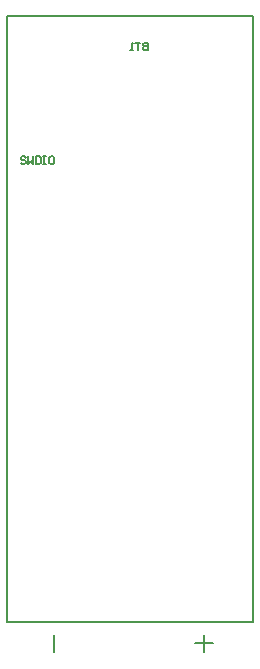
<source format=gbo>
G04*
G04 #@! TF.GenerationSoftware,Altium Limited,Altium Designer,21.6.1 (37)*
G04*
G04 Layer_Color=32896*
%FSLAX44Y44*%
%MOMM*%
G71*
G04*
G04 #@! TF.SameCoordinates,E758BAB5-E73B-4707-80CC-DB64F6B6F8F5*
G04*
G04*
G04 #@! TF.FilePolarity,Positive*
G04*
G01*
G75*
%ADD15C,0.1270*%
%ADD16C,0.1524*%
D15*
X182468Y1497D02*
Y16497D01*
X174968Y8997D02*
X189968D01*
X15328Y540047D02*
X223608D01*
X15328Y155223D02*
Y411772D01*
Y26948D02*
X223608D01*
Y155223D02*
Y411772D01*
X55468Y1497D02*
Y16497D01*
X15328Y26948D02*
Y155223D01*
Y411772D02*
Y540047D01*
X223608Y26948D02*
Y155223D01*
Y411772D02*
Y540047D01*
D16*
X134568Y517795D02*
Y511447D01*
X131394D01*
X130336Y512505D01*
Y513563D01*
X131394Y514621D01*
X134568D01*
X131394D01*
X130336Y515679D01*
Y516737D01*
X131394Y517795D01*
X134568D01*
X128220D02*
X123988D01*
X126104D01*
Y511447D01*
X121872D02*
X119756D01*
X120814D01*
Y517795D01*
X121872Y516737D01*
X31232Y420290D02*
X30174Y421348D01*
X28058D01*
X27000Y420290D01*
Y419232D01*
X28058Y418174D01*
X30174D01*
X31232Y417116D01*
Y416058D01*
X30174Y415000D01*
X28058D01*
X27000Y416058D01*
X33348Y421348D02*
Y415000D01*
X35464Y417116D01*
X37580Y415000D01*
Y421348D01*
X39696D02*
Y415000D01*
X42870D01*
X43928Y416058D01*
Y420290D01*
X42870Y421348D01*
X39696D01*
X46044D02*
X48160D01*
X47102D01*
Y415000D01*
X46044D01*
X48160D01*
X54508Y421348D02*
X52392D01*
X51334Y420290D01*
Y416058D01*
X52392Y415000D01*
X54508D01*
X55566Y416058D01*
Y420290D01*
X54508Y421348D01*
M02*

</source>
